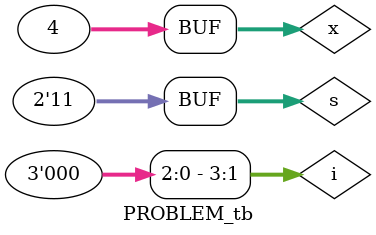
<source format=v>
`include "MUX_4TO1.v"
`include "DEMUX_4TO1.v"
module PROBLEM( 
               input [3:0]i,
               input [1:0]s,
               output [3:0]g
               );

      MUX_4TO1 M1(.i(i),
                  .s(s),
                  .y(y)
                  );
      DEMUX_4TO1 D1(.y(y),
                    .s(s),
                    .i(g)
                    );
 endmodule

       //testbench
       module PROBLEM_tb();
            integer x;
            reg [3:0]i;
            reg [1:0]s;
            wire [3:0]g;

            //instantiation
            PROBLEM P1(i,s,g);

            initial 
            repeat(5)
            begin
              i=$random;
              for(x=0;x<4;x=x+1)
                  begin
                   s=x;#10;
                  end
              /*s=0;#10;
              s=1;#10;
              s=2;#10;
              s=3;#10;*/
            end
            initial 
              $monitor("i[0]=%b i[1]=%b i[2]=%b i[3]=%b s=%b g[0]=%b g[1]=%b g[2]=%b g[3]=%b Time=%0t",i[0],i[1],i[2],i[3],s,g[0],g[1],g[2],g[3],$time); 
endmodule


</source>
